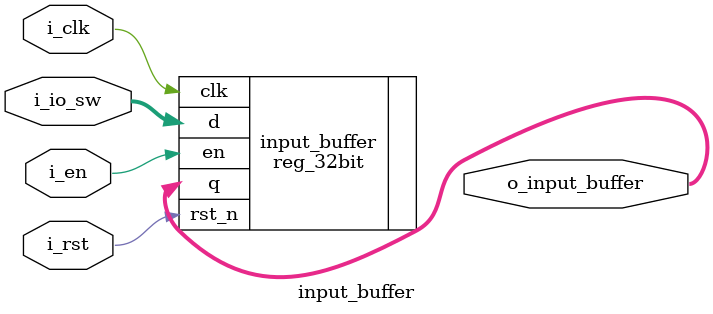
<source format=sv>
module input_buffer (
	input logic 				i_clk, i_rst,
	input logic					i_en,
	input logic		[31:0]	i_io_sw,
	output logic 	[31:0]	o_input_buffer
);

// IO Switch
reg_32bit input_buffer (
	.clk		(		i_clk			),
	.rst_n	(		i_rst			),
	.en		(		i_en			),
	.d			(		i_io_sw		),
	.q			(	o_input_buffer	)
);

endmodule : input_buffer
</source>
